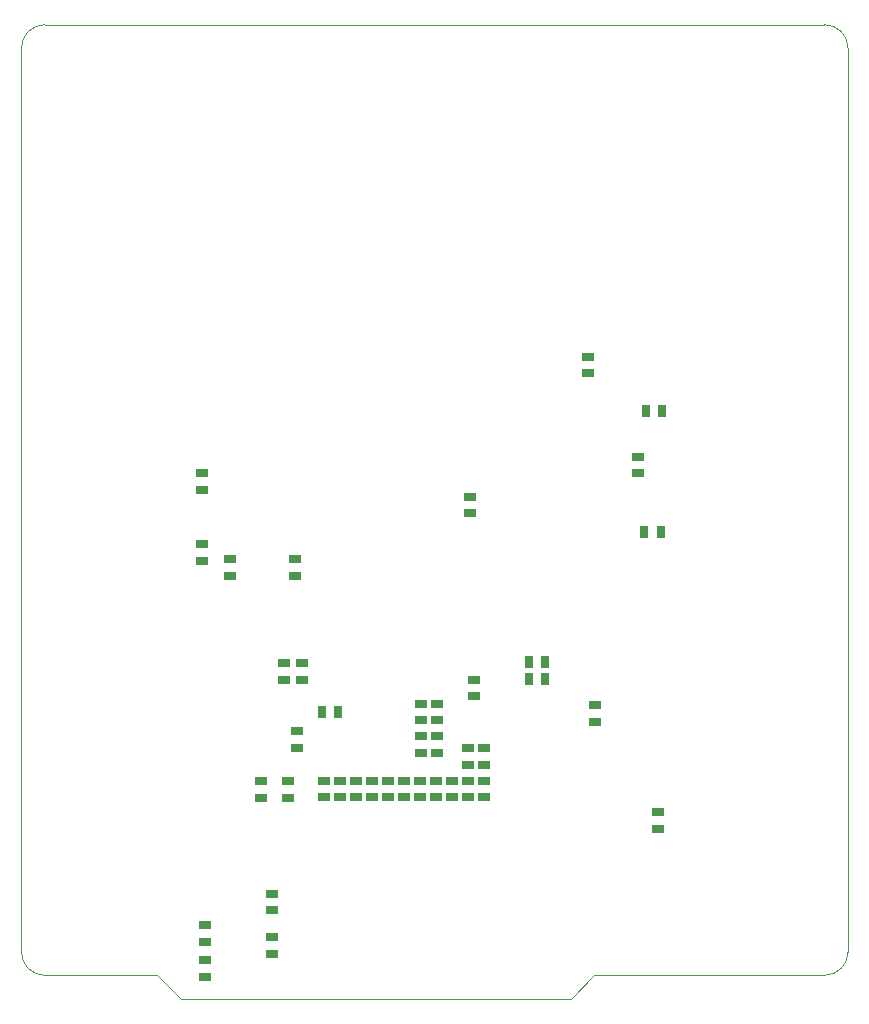
<source format=gbp>
G04*
G04 #@! TF.GenerationSoftware,Altium Limited,Altium Designer,22.10.1 (41)*
G04*
G04 Layer_Color=128*
%FSLAX43Y43*%
%MOMM*%
G71*
G04*
G04 #@! TF.SameCoordinates,4C0F9513-60CD-4D5F-B6EC-70163B4A845F*
G04*
G04*
G04 #@! TF.FilePolarity,Positive*
G04*
G01*
G75*
%ADD10R,1.000X0.640*%
%ADD11R,0.640X1.000*%
%ADD12C,0.100*%
D10*
X23175Y37225D02*
D03*
X23175Y35825D02*
D03*
X15325Y38500D02*
D03*
X15325Y37100D02*
D03*
X22575Y17050D02*
D03*
X22575Y18450D02*
D03*
X32420Y17065D02*
D03*
X32420Y18465D02*
D03*
X21250Y5250D02*
D03*
X21250Y3850D02*
D03*
X15525Y4825D02*
D03*
X15525Y6225D02*
D03*
X15525Y1875D02*
D03*
X15525Y3275D02*
D03*
X28370Y17065D02*
D03*
X28370Y18465D02*
D03*
X22225Y27025D02*
D03*
X22225Y28425D02*
D03*
X38360Y27040D02*
D03*
X38360Y25640D02*
D03*
X23795Y28415D02*
D03*
X23795Y27015D02*
D03*
X33770Y17065D02*
D03*
X33770Y18465D02*
D03*
X47995Y54365D02*
D03*
X47995Y52965D02*
D03*
X52225Y45925D02*
D03*
X52225Y44525D02*
D03*
X53900Y14425D02*
D03*
X53900Y15825D02*
D03*
X15275Y43100D02*
D03*
X15275Y44500D02*
D03*
X37845Y18465D02*
D03*
X37845Y17065D02*
D03*
X35220Y22240D02*
D03*
X35220Y20840D02*
D03*
X23350Y21275D02*
D03*
X23350Y22675D02*
D03*
X35120Y17065D02*
D03*
X35120Y18465D02*
D03*
X25670Y17065D02*
D03*
X25670Y18465D02*
D03*
X29720Y17065D02*
D03*
X29720Y18465D02*
D03*
X31070Y17065D02*
D03*
X31070Y18465D02*
D03*
X36470Y17065D02*
D03*
X36470Y18465D02*
D03*
X21250Y8900D02*
D03*
X21250Y7500D02*
D03*
X37970Y42540D02*
D03*
X37970Y41140D02*
D03*
X33870Y24990D02*
D03*
X33870Y23590D02*
D03*
X33870Y20840D02*
D03*
X33870Y22240D02*
D03*
X39195Y17065D02*
D03*
X39195Y18465D02*
D03*
Y21215D02*
D03*
X39195Y19815D02*
D03*
X27020Y17065D02*
D03*
X27020Y18465D02*
D03*
X37845Y19815D02*
D03*
X37845Y21215D02*
D03*
X35220Y23590D02*
D03*
X35220Y24990D02*
D03*
X20300Y18450D02*
D03*
X20300Y17050D02*
D03*
X48595Y24890D02*
D03*
X48595Y23490D02*
D03*
X17675Y37225D02*
D03*
X17675Y35825D02*
D03*
D11*
X44345Y27065D02*
D03*
X42945D02*
D03*
X54125Y39575D02*
D03*
X52725D02*
D03*
X54275Y49750D02*
D03*
X52875D02*
D03*
X26845Y24340D02*
D03*
X25445D02*
D03*
X44345Y28565D02*
D03*
X42945D02*
D03*
D12*
X0Y4000D02*
G03*
X2000Y2000I2000J0D01*
G01*
X2000Y82500D02*
G03*
X0Y80500I0J-2000D01*
G01*
X70000D02*
G03*
X68000Y82500I-2000J0D01*
G01*
X68000Y2000D02*
G03*
X70000Y4000I0J2000D01*
G01*
X11500Y2000D02*
X13500Y0D01*
X46500D01*
X48500Y2000D01*
Y2000D01*
X68000D01*
X2000Y82500D02*
X68000D01*
X2000Y2000D02*
X11500D01*
X0Y4000D02*
Y58000D01*
Y80500D01*
X70000Y4000D02*
Y58000D01*
Y80500D01*
X70000Y80500D02*
X70000Y80500D01*
M02*

</source>
